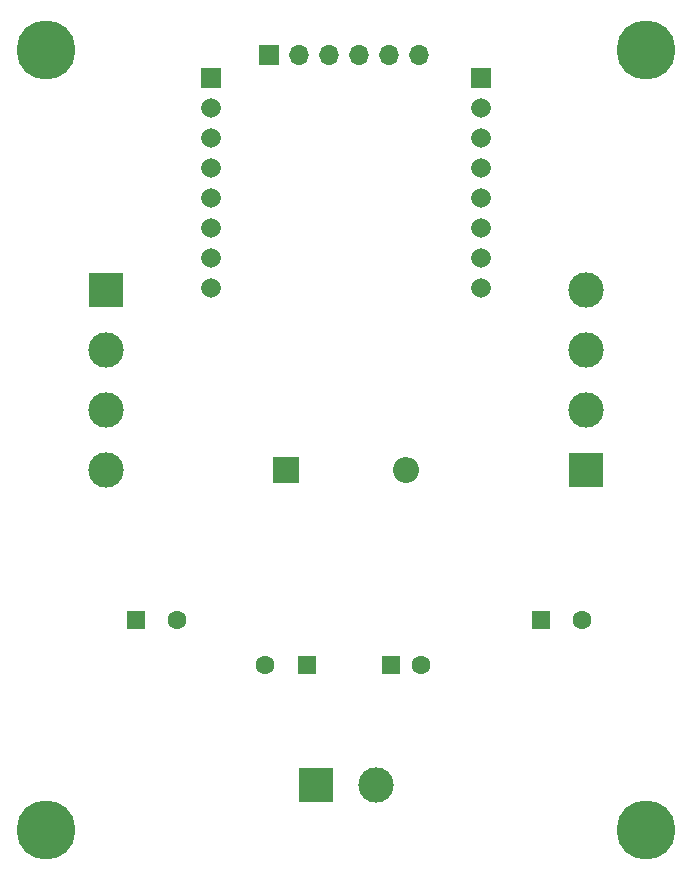
<source format=gbs>
G04 #@! TF.GenerationSoftware,KiCad,Pcbnew,(6.0.8)*
G04 #@! TF.CreationDate,2022-11-30T11:22:52+01:00*
G04 #@! TF.ProjectId,xy-systeem,78792d73-7973-4746-9565-6d2e6b696361,rev?*
G04 #@! TF.SameCoordinates,Original*
G04 #@! TF.FileFunction,Soldermask,Bot*
G04 #@! TF.FilePolarity,Negative*
%FSLAX46Y46*%
G04 Gerber Fmt 4.6, Leading zero omitted, Abs format (unit mm)*
G04 Created by KiCad (PCBNEW (6.0.8)) date 2022-11-30 11:22:52*
%MOMM*%
%LPD*%
G01*
G04 APERTURE LIST*
%ADD10C,5.000000*%
%ADD11R,2.200000X2.200000*%
%ADD12O,2.200000X2.200000*%
%ADD13R,1.600000X1.600000*%
%ADD14C,1.600000*%
%ADD15O,1.700000X1.700000*%
%ADD16R,1.700000X1.700000*%
%ADD17R,3.000000X3.000000*%
%ADD18C,3.000000*%
%ADD19C,1.665000*%
%ADD20R,1.665000X1.665000*%
G04 APERTURE END LIST*
D10*
X168910000Y-137160000D03*
D11*
X138430000Y-106680000D03*
D12*
X148590000Y-106680000D03*
D10*
X118110000Y-71120000D03*
D13*
X125730000Y-119380000D03*
D14*
X129230000Y-119380000D03*
D15*
X149713682Y-71541861D03*
X147173682Y-71541861D03*
X144633682Y-71541861D03*
X142093682Y-71541861D03*
X139553682Y-71541861D03*
D16*
X137013682Y-71541861D03*
D17*
X123190000Y-91440000D03*
D18*
X123190000Y-96520000D03*
X123190000Y-101600000D03*
X123190000Y-106680000D03*
D19*
X132080000Y-91260000D03*
X132080000Y-88720000D03*
X132080000Y-86180000D03*
X132080000Y-83640000D03*
X132080000Y-81100000D03*
X132080000Y-78560000D03*
X132080000Y-76020000D03*
D20*
X132080000Y-73480000D03*
X154940000Y-73480000D03*
D19*
X154940000Y-76020000D03*
X154940000Y-78560000D03*
X154940000Y-81100000D03*
X154940000Y-83640000D03*
X154940000Y-86180000D03*
X154940000Y-88720000D03*
X154940000Y-91260000D03*
D10*
X118110000Y-137160000D03*
D17*
X140970000Y-133350000D03*
D18*
X146050000Y-133350000D03*
D13*
X147320000Y-123190000D03*
D14*
X149820000Y-123190000D03*
D13*
X140180000Y-123190000D03*
D14*
X136680000Y-123190000D03*
D10*
X168910000Y-71120000D03*
D13*
X160020000Y-119380000D03*
D14*
X163520000Y-119380000D03*
D17*
X163830000Y-106680000D03*
D18*
X163830000Y-101600000D03*
X163830000Y-96520000D03*
X163830000Y-91440000D03*
M02*

</source>
